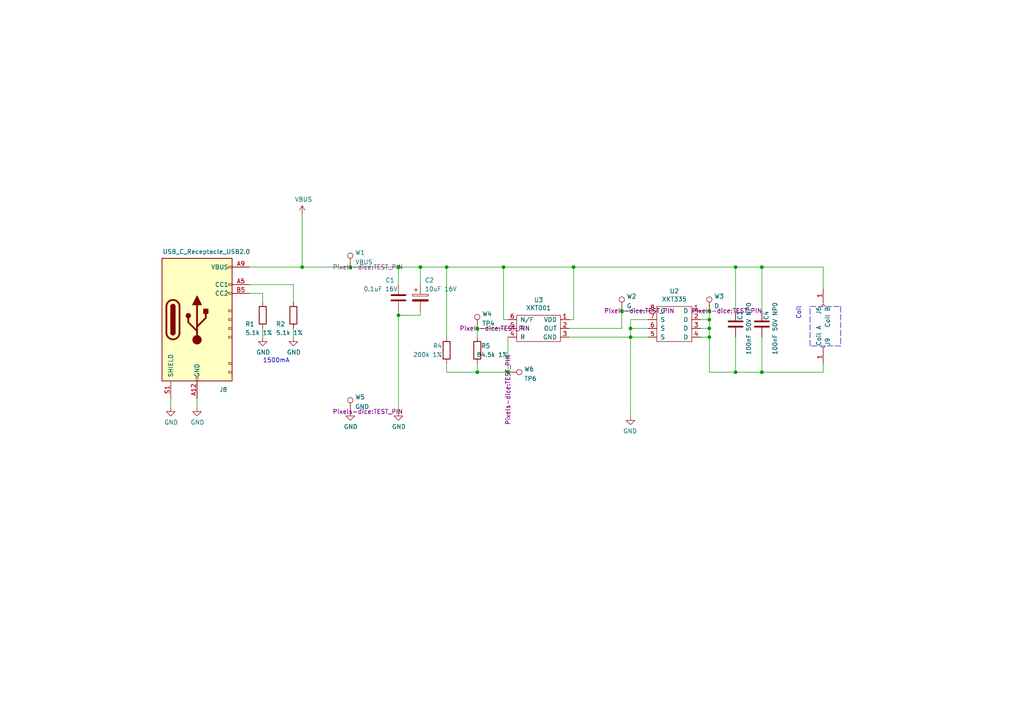
<source format=kicad_sch>
(kicad_sch (version 20211123) (generator eeschema)
  (paper "A4")
  (lib_symbols
    (symbol "Connector:Conn_01x01_Female" (pin_names (offset 1.016) hide)
      (property "Reference" "J" (at 0 2.54 0))
      (property "Value" "Conn_01x01_Female" (at 0 -2.54 0))
      (symbol "Conn_01x01_Female_1_1"
        (polyline (pts (xy -1.27 0) (xy -0.508 0)) (stroke (width 0.1524)))
        (arc (start 0 0.508) (mid -0.508 0) (end 0 -0.508) (stroke (width 0.1524)))
        (pin passive line (at -5.08 0 0) (length 3.81) (name "Pin_1") (number "1"))
      )
    )
    (symbol "Device:C" (pin_numbers hide) (pin_names (offset 0.254))
      (property "Reference" "C" (at 0.635 2.54 0))
      (property "Value" "C" (at 0.635 -2.54 0))
      (symbol "C_0_1"
        (polyline (pts (xy -2.032 -0.762) (xy 2.032 -0.762)) (stroke (width 0.508)))
        (polyline (pts (xy -2.032 0.762) (xy 2.032 0.762)) (stroke (width 0.508)))
      )
      (symbol "C_1_1"
        (pin passive line (at 0 3.81 270) (length 2.794) (name "~") (number "1"))
        (pin passive line (at 0 -3.81 90) (length 2.794) (name "~") (number "2"))
      )
    )
    (symbol "Device:CP" (pin_numbers hide) (pin_names (offset 0.254))
      (property "Reference" "C" (at 0.635 2.54 0))
      (property "Value" "Device_CP" (at 0.635 -2.54 0))
      (symbol "CP_0_1"
        (rectangle (start -2.286 0.508) (end 2.286 1.016))
        (polyline (pts (xy -1.778 2.286) (xy -0.762 2.286)))
        (polyline (pts (xy -1.27 2.794) (xy -1.27 1.778)))
        (rectangle (start 2.286 -0.508) (end -2.286 -1.016) (fill (type outline)))
      )
      (symbol "CP_1_1"
        (pin passive line (at 0 3.81 270) (length 2.794) (name "~") (number "1"))
        (pin passive line (at 0 -3.81 90) (length 2.794) (name "~") (number "2"))
      )
    )
    (symbol "Device:R" (pin_numbers hide) (pin_names (offset 0))
      (property "Reference" "R" (at 2.032 0 90))
      (property "Value" "R" (at 0 0 90))
      (symbol "R_0_1"
        (rectangle (start -1.016 -2.54) (end 1.016 2.54) (stroke (width 0.254)))
      )
      (symbol "R_1_1"
        (pin passive line (at 0 3.81 270) (length 1.27) (name "~") (number "1"))
        (pin passive line (at 0 -3.81 90) (length 1.27) (name "~") (number "2"))
      )
    )
    (symbol "Pixels-dice:TEST_1P-conn" (pin_numbers hide) (pin_names (offset 0.762) hide)
      (property "Reference" "W" (at 0 6.858 0))
      (property "Value" "TEST_1P-conn" (at 0 5.08 0))
      (symbol "TEST_1P-conn_0_1"
        (circle (center 0 3.302) (radius 0.762))
      )
      (symbol "TEST_1P-conn_1_1"
        (pin passive line (at 0 0 90) (length 2.54) (name "1") (number "1"))
      )
    )
    (symbol "Pixels-dice:USB_C_Receptacle_USB2.0" (pin_names (offset 1.016))
      (property "Reference" "J" (at -10.16 19.05 0))
      (property "Value" "USB_C_Receptacle_USB2.0" (at 19.05 19.05 0))
      (symbol "USB_C_Receptacle_USB2.0_0_0"
        (rectangle (start -0.254 -17.78) (end 0.254 -16.764))
        (rectangle (start 10.16 -14.986) (end 9.144 -15.494))
        (rectangle (start 10.16 -12.446) (end 9.144 -12.954))
        (rectangle (start 10.16 -4.826) (end 9.144 -5.334))
        (rectangle (start 10.16 -2.286) (end 9.144 -2.794))
        (rectangle (start 10.16 0.254) (end 9.144 -0.254))
        (rectangle (start 10.16 2.794) (end 9.144 2.286))
        (rectangle (start 10.16 7.874) (end 9.144 7.366))
        (rectangle (start 10.16 10.414) (end 9.144 9.906))
        (rectangle (start 10.16 15.494) (end 9.144 14.986))
      )
      (symbol "USB_C_Receptacle_USB2.0_0_1"
        (rectangle (start -10.16 17.78) (end 10.16 -17.78) (stroke (width 0.254)) (fill (type background)))
        (arc (start -8.89 -3.81) (mid -6.985 -5.715) (end -5.08 -3.81) (stroke (width 0.508)))
        (arc (start -7.62 -3.81) (mid -6.985 -4.445) (end -6.35 -3.81) (stroke (width 0.254)))
        (arc (start -7.62 -3.81) (mid -6.985 -4.445) (end -6.35 -3.81) (stroke (width 0.254)) (fill (type outline)))
        (rectangle (start -7.62 -3.81) (end -6.35 3.81) (stroke (width 0.254)) (fill (type outline)))
        (arc (start -6.35 3.81) (mid -6.985 4.445) (end -7.62 3.81) (stroke (width 0.254)))
        (arc (start -6.35 3.81) (mid -6.985 4.445) (end -7.62 3.81) (stroke (width 0.254)) (fill (type outline)))
        (arc (start -5.08 3.81) (mid -6.985 5.715) (end -8.89 3.81) (stroke (width 0.508)))
        (circle (center -2.54 1.143) (radius 0.635) (stroke (width 0.254)) (fill (type outline)))
        (circle (center 0 -5.842) (radius 1.27) (fill (type outline)))
        (polyline (pts (xy -8.89 -3.81) (xy -8.89 3.81)) (stroke (width 0.508)))
        (polyline (pts (xy -5.08 3.81) (xy -5.08 -3.81)) (stroke (width 0.508)))
        (polyline (pts (xy 0 -5.842) (xy 0 4.318)) (stroke (width 0.508)))
        (polyline (pts (xy 0 -3.302) (xy -2.54 -0.762) (xy -2.54 0.508)) (stroke (width 0.508)))
        (polyline (pts (xy 0 -2.032) (xy 2.54 0.508) (xy 2.54 1.778)) (stroke (width 0.508)))
        (polyline (pts (xy -1.27 4.318) (xy 0 6.858) (xy 1.27 4.318) (xy -1.27 4.318)) (stroke (width 0.254)) (fill (type outline)))
        (rectangle (start 1.905 1.778) (end 3.175 3.048) (stroke (width 0.254)) (fill (type outline)))
      )
      (symbol "USB_C_Receptacle_USB2.0_1_1"
        (pin passive line (at 0 -22.86 90) (length 5.08) (name "GND") (number "A12"))
        (pin bidirectional line (at 15.24 10.16 180) (length 5.08) (name "CC1") (number "A5"))
        (pin passive line (at 15.24 15.24 180) (length 5.08) (name "VBUS") (number "A9"))
        (pin passive line (at 0 -22.86 90) (length 5.08) hide (name "GND") (number "B12"))
        (pin bidirectional line (at 15.24 7.62 180) (length 5.08) (name "CC2") (number "B5"))
        (pin passive line (at 15.24 15.24 180) (length 5.08) hide (name "VBUS") (number "B9"))
        (pin passive line (at -7.62 -22.86 90) (length 5.08) (name "SHIELD") (number "S1"))
      )
    )
    (symbol "Pixels-dice:XKT001" (pin_names (offset 1.016))
      (property "Reference" "U" (at 0 5.08 0))
      (property "Value" "XKT001" (at 0 -5.08 0))
      (symbol "XKT001_0_1"
        (rectangle (start -6.35 3.81) (end 6.35 -3.81))
      )
      (symbol "XKT001_1_1"
        (pin power_in line (at -8.89 2.54 0) (length 2.54) (name "VDD") (number "1"))
        (pin output line (at -8.89 0 0) (length 2.54) (name "OUT") (number "2"))
        (pin power_in line (at -8.89 -2.54 0) (length 2.54) (name "GND") (number "3"))
        (pin passive line (at 8.89 -2.54 180) (length 2.54) (name "R") (number "4"))
        (pin passive line (at 8.89 0 180) (length 2.54) (name "R") (number "5"))
        (pin input line (at 8.89 2.54 180) (length 2.54) (name "N/F") (number "6"))
      )
    )
    (symbol "Pixels-dice:XKT335" (pin_names (offset 1.016))
      (property "Reference" "U" (at 0 6.35 0))
      (property "Value" "XKT335" (at 0 -6.35 0))
      (symbol "XKT335_0_1"
        (rectangle (start -5.08 5.08) (end 5.08 -5.08))
      )
      (symbol "XKT335_1_1"
        (pin input line (at -7.62 3.81 0) (length 2.54) (name "D") (number "1"))
        (pin input line (at -7.62 1.27 0) (length 2.54) (name "D") (number "2"))
        (pin input line (at -7.62 -1.27 0) (length 2.54) (name "D") (number "3"))
        (pin input line (at -7.62 -3.81 0) (length 2.54) (name "D") (number "4"))
        (pin input line (at 7.62 -3.81 180) (length 2.54) (name "S") (number "5"))
        (pin input line (at 7.62 -1.27 180) (length 2.54) (name "S") (number "6"))
        (pin input line (at 7.62 1.27 180) (length 2.54) (name "S") (number "7"))
        (pin input line (at 7.62 3.81 180) (length 2.54) (name "G") (number "8"))
      )
    )
    (symbol "power:GND" (power) (pin_names (offset 0))
      (property "Value" "GND" (at 0 -3.81 0))
      (symbol "GND_0_1"
        (polyline (pts (xy 0 0) (xy 0 -1.27) (xy 1.27 -1.27) (xy 0 -2.54) (xy -1.27 -1.27) (xy 0 -1.27)))
      )
      (symbol "GND_1_1"
        (pin power_in line (at 0 0 270) (length 0) hide (name "GND") (number "1"))
      )
    )
    (symbol "power:VBUS" (power) (pin_names (offset 0))
      (property "Value" "VBUS" (at 0 3.81 0))
      (symbol "VBUS_0_1"
        (polyline (pts (xy -0.762 1.27) (xy 0 2.54)))
        (polyline (pts (xy 0 0) (xy 0 2.54)))
        (polyline (pts (xy 0 2.54) (xy 0.762 1.27)))
      )
      (symbol "VBUS_1_1"
        (pin power_in line (at 0 0 90) (length 0) hide (name "VBUS") (number "1"))
      )
    )
  )
  (junction (at 213.36 107.95))
  (junction (at 205.74 92.71))
  (junction (at 213.36 77.47))
  (junction (at 129.54 77.47))
  (junction (at 146.05 77.47))
  (junction (at 115.57 91.44))
  (junction (at 220.98 77.47))
  (junction (at 205.74 97.79))
  (junction (at 182.88 97.79))
  (junction (at 121.92 77.47))
  (junction (at 147.32 107.95))
  (junction (at 205.74 90.17))
  (junction (at 115.57 77.47))
  (junction (at 220.98 107.95))
  (junction (at 87.63 77.47))
  (junction (at 205.74 95.25))
  (junction (at 180.34 90.17))
  (junction (at 101.6 77.47))
  (junction (at 166.37 77.47))
  (junction (at 182.88 95.25))
  (junction (at 138.43 107.95))
  (junction (at 138.43 95.25))
  (wire (pts (xy 187.96 92.71) (xy 182.88 92.71)))
  (wire (pts (xy 165.1 95.25) (xy 180.34 95.25)))
  (wire (pts (xy 238.76 83.82) (xy 238.76 77.47)))
  (wire (pts (xy 203.2 92.71) (xy 205.74 92.71)))
  (wire (pts (xy 166.37 77.47) (xy 213.36 77.47)))
  (wire (pts (xy 129.54 107.95) (xy 129.54 105.41)))
  (wire (pts (xy 87.63 77.47) (xy 101.6 77.47)))
  (wire (pts (xy 101.6 77.47) (xy 115.57 77.47)))
  (wire (pts (xy 121.92 91.44) (xy 115.57 91.44)))
  (wire (pts (xy 213.36 97.79) (xy 213.36 107.95)))
  (wire (pts (xy 147.32 97.79) (xy 147.32 107.95)))
  (wire (pts (xy 220.98 77.47) (xy 213.36 77.47)))
  (wire (pts (xy 182.88 97.79) (xy 182.88 120.65)))
  (wire (pts (xy 129.54 97.79) (xy 129.54 77.47)))
  (wire (pts (xy 220.98 107.95) (xy 238.76 107.95)))
  (wire (pts (xy 166.37 92.71) (xy 166.37 77.47)))
  (wire (pts (xy 147.32 92.71) (xy 146.05 92.71)))
  (wire (pts (xy 121.92 77.47) (xy 121.92 82.55)))
  (wire (pts (xy 182.88 97.79) (xy 187.96 97.79)))
  (wire (pts (xy 147.32 107.95) (xy 138.43 107.95)))
  (wire (pts (xy 49.53 115.57) (xy 49.53 118.11)))
  (polyline (pts (xy 243.84 88.9) (xy 243.84 100.33)))
  (wire (pts (xy 138.43 95.25) (xy 147.32 95.25)))
  (wire (pts (xy 138.43 107.95) (xy 129.54 107.95)))
  (wire (pts (xy 220.98 97.79) (xy 220.98 107.95)))
  (wire (pts (xy 85.09 95.25) (xy 85.09 97.79)))
  (wire (pts (xy 87.63 77.47) (xy 87.63 62.23)))
  (wire (pts (xy 205.74 90.17) (xy 205.74 92.71)))
  (wire (pts (xy 146.05 77.47) (xy 129.54 77.47)))
  (wire (pts (xy 138.43 107.95) (xy 138.43 105.41)))
  (wire (pts (xy 76.2 85.09) (xy 76.2 87.63)))
  (wire (pts (xy 146.05 92.71) (xy 146.05 77.47)))
  (wire (pts (xy 203.2 95.25) (xy 205.74 95.25)))
  (wire (pts (xy 166.37 77.47) (xy 146.05 77.47)))
  (wire (pts (xy 121.92 77.47) (xy 129.54 77.47)))
  (polyline (pts (xy 243.84 100.33) (xy 234.95 100.33)))
  (wire (pts (xy 205.74 95.25) (xy 205.74 97.79)))
  (wire (pts (xy 165.1 92.71) (xy 166.37 92.71)))
  (wire (pts (xy 115.57 91.44) (xy 115.57 119.38)))
  (wire (pts (xy 203.2 90.17) (xy 205.74 90.17)))
  (wire (pts (xy 115.57 77.47) (xy 121.92 77.47)))
  (wire (pts (xy 220.98 90.17) (xy 220.98 77.47)))
  (wire (pts (xy 238.76 77.47) (xy 220.98 77.47)))
  (wire (pts (xy 72.39 82.55) (xy 85.09 82.55)))
  (wire (pts (xy 121.92 90.17) (xy 121.92 91.44)))
  (polyline (pts (xy 234.95 100.33) (xy 234.95 88.9)))
  (wire (pts (xy 182.88 92.71) (xy 182.88 95.25)))
  (wire (pts (xy 72.39 85.09) (xy 76.2 85.09)))
  (wire (pts (xy 85.09 82.55) (xy 85.09 87.63)))
  (wire (pts (xy 72.39 77.47) (xy 87.63 77.47)))
  (wire (pts (xy 57.15 115.57) (xy 57.15 118.11)))
  (wire (pts (xy 205.74 92.71) (xy 205.74 95.25)))
  (wire (pts (xy 213.36 107.95) (xy 220.98 107.95)))
  (wire (pts (xy 182.88 97.79) (xy 165.1 97.79)))
  (wire (pts (xy 187.96 95.25) (xy 182.88 95.25)))
  (wire (pts (xy 115.57 82.55) (xy 115.57 77.47)))
  (wire (pts (xy 180.34 90.17) (xy 187.96 90.17)))
  (wire (pts (xy 180.34 95.25) (xy 180.34 90.17)))
  (wire (pts (xy 213.36 90.17) (xy 213.36 77.47)))
  (wire (pts (xy 205.74 107.95) (xy 213.36 107.95)))
  (wire (pts (xy 182.88 95.25) (xy 182.88 97.79)))
  (wire (pts (xy 76.2 95.25) (xy 76.2 97.79)))
  (wire (pts (xy 138.43 97.79) (xy 138.43 95.25)))
  (wire (pts (xy 115.57 90.17) (xy 115.57 91.44)))
  (wire (pts (xy 205.74 97.79) (xy 205.74 107.95)))
  (wire (pts (xy 238.76 107.95) (xy 238.76 105.41)))
  (polyline (pts (xy 234.95 88.9) (xy 243.84 88.9)))
  (wire (pts (xy 205.74 97.79) (xy 203.2 97.79)))
  (text "Coil" (at 232.41 92.71 90) (effects (font (size 1.27 1.27)) (justify left bottom)))
  (text "1500mA" (at 76.2 105.41 0) (effects (font (size 1.27 1.27)) (justify left bottom)))
  (symbol (lib_id "Pixels-dice:USB_C_Receptacle_USB2.0") (at 57.15 92.71 0) (unit 1)
    (property "Reference" "J8" (at 64.77 113.03 0))
    (property "Value" "USB_C_Receptacle_USB2.0" (at 59.8678 72.9996 0))
    (property "Footprint" "Pixels-dice:USB-C-SMD_10P-P1.00-L6.8-W8.9" (effects hide))
    (property "Datasheet" "https://www.usb.org/sites/default/files/documents/usb_type-c.zip" (effects hide))
    (property "LCSC Part Number" "C283540" (effects hide))
    (property "Part Number" "TYPE-C-31-M-17" (effects hide))
    (property "Manufacturer" "Korean Hroparts Elec" (effects hide))
  )
  (symbol (lib_id "Device:C") (at 220.98 93.98 0) (mirror x) (unit 1)
    (property "Reference" "C4" (at 222.25 90.17 90) (effects (justify left)))
    (property "Value" "100nF 50V NP0" (at 224.79 87.63 90) (effects (justify left)))
    (property "Footprint" "Capacitor_SMD:C_1206_3216Metric" (effects hide))
    (property "LCSC Part Number" "C170182" (effects hide))
    (property "Part Number" "1206N104J500CT" (effects hide))
    (property "Manufacturer" "Walsin Tech Corp" (effects hide))
  )
  (symbol (lib_id "Device:R") (at 85.09 91.44 180) (unit 1)
    (property "Reference" "R2" (at 80.01 93.98 0) (effects (justify right)))
    (property "Value" "5.1k 1%" (at 80.01 96.52 0) (effects (justify right)))
    (property "Footprint" "Resistor_SMD:R_0402_1005Metric" (effects hide))
    (property "LCSC Part Number" "C25905" (effects hide))
    (property "Part Number" "0402WGF5101TCE" (effects hide))
    (property "Manufacturer" "UNI-ROYAL(Uniroyal Elec)" (effects hide))
  )
  (symbol (lib_id "power:GND") (at 49.53 118.11 0) (unit 1)
    (property "Reference" "#PWR013" (effects hide))
    (property "Value" "GND" (at 49.657 122.5042 0))
  )
  (symbol (lib_id "power:GND") (at 57.15 118.11 0) (unit 1)
    (property "Reference" "#PWR014" (effects hide))
    (property "Value" "GND" (at 57.277 122.5042 0))
  )
  (symbol (lib_id "power:GND") (at 76.2 97.79 0) (unit 1)
    (property "Reference" "#PWR010" (effects hide))
    (property "Value" "GND" (at 76.327 102.1842 0))
  )
  (symbol (lib_id "Device:CP") (at 121.92 86.36 0) (unit 1)
    (property "Reference" "C2" (at 123.19 81.28 0) (effects (justify left)))
    (property "Value" "10uF 16V" (at 123.19 83.82 0) (effects (justify left)))
    (property "Footprint" "Capacitor_SMD:C_0805_2012Metric" (effects hide))
    (property "LCSC Part Number" "C15850" (effects hide))
    (property "Part Number" "CL21A106KAYNNNE" (effects hide))
    (property "Manufacturer" "Samsung Electro-Mechanics" (effects hide))
  )
  (symbol (lib_id "Device:C") (at 115.57 86.36 0) (unit 1)
    (property "Reference" "C1" (at 111.76 81.28 0) (effects (justify left)))
    (property "Value" "0.1uF 16V" (at 105.41 83.82 0) (effects (justify left)))
    (property "Footprint" "Capacitor_SMD:C_0402_1005Metric" (effects hide))
    (property "LCSC Part Number" "C1525" (effects hide))
    (property "Part Number" "CL05B104KO5NNNC" (effects hide))
    (property "Manufacturer" "Samsung Electro-Mechanics" (effects hide))
  )
  (symbol (lib_id "power:GND") (at 115.57 119.38 0) (unit 1)
    (property "Reference" "#PWR018" (effects hide))
    (property "Value" "GND" (at 115.697 123.7742 0))
  )
  (symbol (lib_id "Connector:Conn_01x01_Female") (at 238.76 100.33 270) (mirror x) (unit 1)
    (property "Reference" "J9" (at 240.03 100.33 0) (effects (justify left)))
    (property "Value" "Coil A" (at 237.49 100.33 0) (effects (justify left)))
    (property "Footprint" "TestPoint:TestPoint_THTPad_D2.0mm_Drill1.0mm" (effects hide))
  )
  (symbol (lib_id "Connector:Conn_01x01_Female") (at 238.76 88.9 90) (mirror x) (unit 1)
    (property "Reference" "J6" (at 237.49 88.9 0) (effects (justify left)))
    (property "Value" "Coil B" (at 240.03 88.9 0) (effects (justify left)))
    (property "Footprint" "TestPoint:TestPoint_THTPad_D2.0mm_Drill1.0mm" (effects hide))
  )
  (symbol (lib_id "Device:C") (at 213.36 93.98 0) (mirror x) (unit 1)
    (property "Reference" "C3" (at 214.63 90.17 90) (effects (justify left)))
    (property "Value" "100nF 50V NP0" (at 217.17 87.63 90) (effects (justify left)))
    (property "Footprint" "Capacitor_SMD:C_1206_3216Metric" (effects hide))
    (property "LCSC Part Number" "C170182" (effects hide))
    (property "Part Number" "1206N104J500CT" (effects hide))
    (property "Manufacturer" "Walsin Tech Corp" (effects hide))
  )
  (symbol (lib_id "Pixels-dice:XKT001") (at 156.21 95.25 0) (mirror y) (unit 1)
    (property "Reference" "U3" (at 156.21 86.995 0))
    (property "Value" "XKT001" (at 156.21 89.3064 0))
    (property "Footprint" "Package_TO_SOT_SMD:SOT-23-6" (effects hide))
    (property "Manufacturer" "XKT" (effects hide))
    (property "Part Number" "001" (effects hide))
  )
  (symbol (lib_id "Pixels-dice:XKT335") (at 195.58 93.98 0) (mirror y) (unit 1)
    (property "Reference" "U2" (at 195.58 84.455 0))
    (property "Value" "XKT335" (at 195.58 86.7664 0))
    (property "Footprint" "Package_SO:SO-8_3.9x4.9mm_P1.27mm" (effects hide))
    (property "Manufacturer" "XKT" (effects hide))
    (property "Part Number" "335" (effects hide))
  )
  (symbol (lib_id "Device:R") (at 129.54 101.6 0) (mirror x) (unit 1)
    (property "Reference" "R4" (at 128.27 100.33 0) (effects (justify right)))
    (property "Value" "200k 1%" (at 128.27 102.87 0) (effects (justify right)))
    (property "Footprint" "Resistor_SMD:R_0402_1005Metric" (effects hide))
    (property "LCSC Part Number" "C25764" (effects hide))
    (property "Part Number" "0402WGF2003TCE" (effects hide))
    (property "Manufacturer" "UNI-ROYAL(Uniroyal Elec)" (effects hide))
  )
  (symbol (lib_id "Device:R") (at 138.43 101.6 0) (mirror x) (unit 1)
    (property "Reference" "R5" (at 142.24 100.33 0) (effects (justify right)))
    (property "Value" "84.5k 1%" (at 147.32 102.87 0) (effects (justify right)))
    (property "Footprint" "Resistor_SMD:R_0402_1005Metric" (effects hide))
    (property "LCSC Part Number" "C26988" (effects hide))
    (property "Part Number" "0402WGF8452TCE" (effects hide))
    (property "Manufacturer" "UNI-ROYAL(Uniroyal Elec)" (effects hide))
  )
  (symbol (lib_id "power:GND") (at 182.88 120.65 0) (mirror y) (unit 1)
    (property "Reference" "#PWR019" (effects hide))
    (property "Value" "GND" (at 182.753 125.0442 0))
  )
  (symbol (lib_id "Device:R") (at 76.2 91.44 180) (unit 1)
    (property "Reference" "R1" (at 71.12 93.98 0) (effects (justify right)))
    (property "Value" "5.1k 1%" (at 71.12 96.52 0) (effects (justify right)))
    (property "Footprint" "Resistor_SMD:R_0402_1005Metric" (effects hide))
    (property "LCSC Part Number" "C25905" (effects hide))
    (property "Part Number" "0402WGF5101TCE" (effects hide))
    (property "Manufacturer" "UNI-ROYAL(Uniroyal Elec)" (effects hide))
  )
  (symbol (lib_id "power:VBUS") (at 87.63 62.23 0) (unit 1)
    (property "Reference" "#PWR01" (effects hide))
    (property "Value" "VBUS" (at 88.011 57.8358 0))
  )
  (symbol (lib_id "power:GND") (at 85.09 97.79 0) (unit 1)
    (property "Reference" "#PWR011" (effects hide))
    (property "Value" "GND" (at 85.217 102.1842 0))
  )
  (symbol (lib_id "power:GND") (at 101.6 119.38 0) (unit 1)
    (property "Reference" "#PWR02" (effects hide))
    (property "Value" "GND" (at 101.727 123.7742 0))
  )
  (symbol (lib_id "Pixels-dice:TEST_1P-conn") (at 147.32 107.95 270) (unit 1)
    (property "Reference" "W6" (at 152.019 107.0415 90) (effects (justify left)))
    (property "Value" "TP6" (at 152.019 109.8166 90) (effects (justify left)))
    (property "Footprint" "Pixels-dice:TEST_PIN" (at 147.32 113.03 0))
  )
  (symbol (lib_id "Pixels-dice:TEST_1P-conn") (at 101.6 119.38 0) (unit 1)
    (property "Reference" "W5" (at 102.997 115.1695 0) (effects (justify left)))
    (property "Value" "GND" (at 102.997 117.9446 0) (effects (justify left)))
    (property "Footprint" "Pixels-dice:TEST_PIN" (at 106.68 119.38 0))
  )
  (symbol (lib_id "Pixels-dice:TEST_1P-conn") (at 101.6 77.47 0) (unit 1)
    (property "Reference" "W1" (at 102.997 73.2595 0) (effects (justify left)))
    (property "Value" "VBUS" (at 102.997 76.0346 0) (effects (justify left)))
    (property "Footprint" "Pixels-dice:TEST_PIN" (at 106.68 77.47 0))
  )
  (symbol (lib_id "Pixels-dice:TEST_1P-conn") (at 138.43 95.25 0) (unit 1)
    (property "Reference" "W4" (at 139.827 91.0395 0) (effects (justify left)))
    (property "Value" "TP4" (at 139.827 93.8146 0) (effects (justify left)))
    (property "Footprint" "Pixels-dice:TEST_PIN" (at 143.51 95.25 0))
  )
  (symbol (lib_id "Pixels-dice:TEST_1P-conn") (at 205.74 90.17 0) (unit 1)
    (property "Reference" "W3" (at 207.137 85.9595 0) (effects (justify left)))
    (property "Value" "D" (at 207.137 88.7346 0) (effects (justify left)))
    (property "Footprint" "Pixels-dice:TEST_PIN" (at 210.82 90.17 0))
  )
  (symbol (lib_id "Pixels-dice:TEST_1P-conn") (at 180.34 90.17 0) (unit 1)
    (property "Reference" "W2" (at 181.737 85.9595 0) (effects (justify left)))
    (property "Value" "G" (at 181.737 88.7346 0) (effects (justify left)))
    (property "Footprint" "Pixels-dice:TEST_PIN" (at 185.42 90.17 0))
  )
)
</source>
